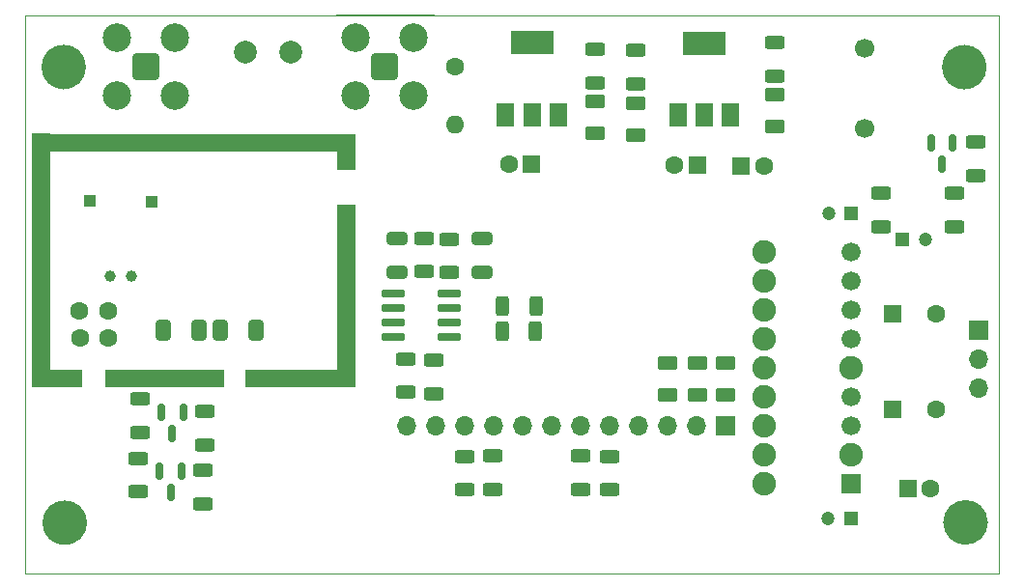
<source format=gbr>
%TF.GenerationSoftware,KiCad,Pcbnew,7.0.1*%
%TF.CreationDate,2024-01-20T16:33:55+00:00*%
%TF.ProjectId,SI4735,53493437-3335-42e6-9b69-6361645f7063,rev?*%
%TF.SameCoordinates,Original*%
%TF.FileFunction,Soldermask,Top*%
%TF.FilePolarity,Negative*%
%FSLAX45Y45*%
G04 Gerber Fmt 4.5, Leading zero omitted, Abs format (unit mm)*
G04 Created by KiCad (PCBNEW 7.0.1) date 2024-01-20 16:33:55*
%MOMM*%
%LPD*%
G01*
G04 APERTURE LIST*
G04 Aperture macros list*
%AMRoundRect*
0 Rectangle with rounded corners*
0 $1 Rounding radius*
0 $2 $3 $4 $5 $6 $7 $8 $9 X,Y pos of 4 corners*
0 Add a 4 corners polygon primitive as box body*
4,1,4,$2,$3,$4,$5,$6,$7,$8,$9,$2,$3,0*
0 Add four circle primitives for the rounded corners*
1,1,$1+$1,$2,$3*
1,1,$1+$1,$4,$5*
1,1,$1+$1,$6,$7*
1,1,$1+$1,$8,$9*
0 Add four rect primitives between the rounded corners*
20,1,$1+$1,$2,$3,$4,$5,0*
20,1,$1+$1,$4,$5,$6,$7,0*
20,1,$1+$1,$6,$7,$8,$9,0*
20,1,$1+$1,$8,$9,$2,$3,0*%
G04 Aperture macros list end*
%ADD10C,1.970668*%
%ADD11C,0.100000*%
%ADD12RoundRect,0.250000X0.412500X0.650000X-0.412500X0.650000X-0.412500X-0.650000X0.412500X-0.650000X0*%
%ADD13RoundRect,0.250000X0.625000X-0.312500X0.625000X0.312500X-0.625000X0.312500X-0.625000X-0.312500X0*%
%ADD14RoundRect,0.150000X-0.150000X0.587500X-0.150000X-0.587500X0.150000X-0.587500X0.150000X0.587500X0*%
%ADD15RoundRect,0.250000X-0.625000X0.375000X-0.625000X-0.375000X0.625000X-0.375000X0.625000X0.375000X0*%
%ADD16RoundRect,0.250000X0.625000X-0.375000X0.625000X0.375000X-0.625000X0.375000X-0.625000X-0.375000X0*%
%ADD17R,1.700000X1.700000*%
%ADD18O,1.700000X1.700000*%
%ADD19RoundRect,0.250000X-0.650000X0.325000X-0.650000X-0.325000X0.650000X-0.325000X0.650000X0.325000X0*%
%ADD20RoundRect,0.250000X-0.412500X-0.650000X0.412500X-0.650000X0.412500X0.650000X-0.412500X0.650000X0*%
%ADD21RoundRect,0.250000X0.312500X0.625000X-0.312500X0.625000X-0.312500X-0.625000X0.312500X-0.625000X0*%
%ADD22R,1.500000X2.000000*%
%ADD23R,3.800000X2.000000*%
%ADD24RoundRect,0.250000X-0.625000X0.312500X-0.625000X-0.312500X0.625000X-0.312500X0.625000X0.312500X0*%
%ADD25R,1.676400X1.676400*%
%ADD26C,2.076400*%
%ADD27C,1.676400*%
%ADD28RoundRect,0.042000X-0.943000X-0.258000X0.943000X-0.258000X0.943000X0.258000X-0.943000X0.258000X0*%
%ADD29C,1.600000*%
%ADD30C,1.700000*%
%ADD31O,1.600000X1.600000*%
%ADD32R,1.600000X1.600000*%
%ADD33RoundRect,0.200100X0.949900X0.949900X-0.949900X0.949900X-0.949900X-0.949900X0.949900X-0.949900X0*%
%ADD34C,2.500000*%
%ADD35R,1.200000X1.200000*%
%ADD36C,1.200000*%
%ADD37C,2.000000*%
%ADD38C,1.000000*%
%ADD39R,1.000000X1.000000*%
%TA.AperFunction,Profile*%
%ADD40C,0.100000*%
%TD*%
%TA.AperFunction,Profile*%
%ADD41C,0.050000*%
%TD*%
G04 APERTURE END LIST*
D10*
X3500533Y-2269933D02*
G75*
G03*
X3500533Y-2269933I-98533J0D01*
G01*
X11393533Y-2270933D02*
G75*
G03*
X11393533Y-2270933I-98533J0D01*
G01*
D11*
X3767000Y-4921000D02*
X4796540Y-4921000D01*
X4796540Y-5069000D01*
X3767000Y-5069000D01*
X3767000Y-4921000D01*
G36*
X3767000Y-4921000D02*
G01*
X4796540Y-4921000D01*
X4796540Y-5069000D01*
X3767000Y-5069000D01*
X3767000Y-4921000D01*
G37*
X3124000Y-2855000D02*
X5942540Y-2855000D01*
X5942540Y-3003000D01*
X3124000Y-3003000D01*
X3124000Y-2855000D01*
G36*
X3124000Y-2855000D02*
G01*
X5942540Y-2855000D01*
X5942540Y-3003000D01*
X3124000Y-3003000D01*
X3124000Y-2855000D01*
G37*
X5799000Y-2855000D02*
X5947000Y-2855000D01*
X5947000Y-3160540D01*
X5799000Y-3160540D01*
X5799000Y-2855000D01*
G36*
X5799000Y-2855000D02*
G01*
X5947000Y-2855000D01*
X5947000Y-3160540D01*
X5799000Y-3160540D01*
X5799000Y-2855000D01*
G37*
X5800000Y-3474500D02*
X5948000Y-3474500D01*
X5948000Y-5069040D01*
X5800000Y-5069040D01*
X5800000Y-3474500D01*
G36*
X5800000Y-3474500D02*
G01*
X5948000Y-3474500D01*
X5948000Y-5069040D01*
X5800000Y-5069040D01*
X5800000Y-3474500D01*
G37*
X4990960Y-4921500D02*
X5949500Y-4921500D01*
X5949500Y-5069500D01*
X4990960Y-5069500D01*
X4990960Y-4921500D01*
G36*
X4990960Y-4921500D02*
G01*
X5949500Y-4921500D01*
X5949500Y-5069500D01*
X4990960Y-5069500D01*
X4990960Y-4921500D01*
G37*
D10*
X11404533Y-6262933D02*
G75*
G03*
X11404533Y-6262933I-98533J0D01*
G01*
D11*
X3126000Y-2854230D02*
X3274000Y-2854230D01*
X3274000Y-5071770D01*
X3126000Y-5071770D01*
X3126000Y-2854230D01*
G36*
X3126000Y-2854230D02*
G01*
X3274000Y-2854230D01*
X3274000Y-5071770D01*
X3126000Y-5071770D01*
X3126000Y-2854230D01*
G37*
X3122460Y-4923000D02*
X3552000Y-4923000D01*
X3552000Y-5071000D01*
X3122460Y-5071000D01*
X3122460Y-4923000D01*
G36*
X3122460Y-4923000D02*
G01*
X3552000Y-4923000D01*
X3552000Y-5071000D01*
X3122460Y-5071000D01*
X3122460Y-4923000D01*
G37*
D10*
X3509533Y-6266000D02*
G75*
G03*
X3509533Y-6266000I-98533J0D01*
G01*
D12*
%TO.C,C1*%
X4587000Y-4575000D03*
X4274500Y-4575000D03*
%TD*%
D13*
%TO.C,R15*%
X7164945Y-5973875D03*
X7164945Y-5681375D03*
%TD*%
%TO.C,R12*%
X6396320Y-5123000D03*
X6396320Y-4830500D03*
%TD*%
D14*
%TO.C,Q3*%
X4433750Y-5810250D03*
X4243750Y-5810250D03*
X4338750Y-5997750D03*
%TD*%
D15*
%TO.C,D4*%
X8693945Y-4862375D03*
X8693945Y-5142375D03*
%TD*%
D16*
%TO.C,D2*%
X8057000Y-2850000D03*
X8057000Y-2570000D03*
%TD*%
D17*
%TO.C,J1*%
X9198000Y-5415000D03*
D18*
X8944000Y-5415000D03*
X8690000Y-5415000D03*
X8436000Y-5415000D03*
X8182000Y-5415000D03*
X7928000Y-5415000D03*
X7674000Y-5415000D03*
X7420000Y-5415000D03*
X7166000Y-5415000D03*
X6912000Y-5415000D03*
X6658000Y-5415000D03*
X6404000Y-5415000D03*
%TD*%
D19*
%TO.C,C3*%
X6325187Y-3772000D03*
X6325187Y-4067000D03*
%TD*%
D15*
%TO.C,D6*%
X9203000Y-4862000D03*
X9203000Y-5142000D03*
%TD*%
D20*
%TO.C,C2*%
X4775000Y-4577000D03*
X5087500Y-4577000D03*
%TD*%
D13*
%TO.C,R20*%
X7929945Y-5973875D03*
X7929945Y-5681375D03*
%TD*%
D21*
%TO.C,R19*%
X7536187Y-4590000D03*
X7243687Y-4590000D03*
%TD*%
D13*
%TO.C,R6*%
X11207000Y-3668500D03*
X11207000Y-3376000D03*
%TD*%
%TO.C,R9*%
X4641000Y-5584500D03*
X4641000Y-5292000D03*
%TD*%
D16*
%TO.C,D1*%
X8419000Y-2867000D03*
X8419000Y-2587000D03*
%TD*%
D22*
%TO.C,U2*%
X8785250Y-2689500D03*
X9015250Y-2689500D03*
D23*
X9015250Y-2059500D03*
D22*
X9245250Y-2689500D03*
%TD*%
D15*
%TO.C,D5*%
X8955945Y-4864375D03*
X8955945Y-5144375D03*
%TD*%
D13*
%TO.C,R8*%
X4075000Y-5474500D03*
X4075000Y-5182000D03*
%TD*%
%TO.C,R18*%
X6648820Y-5133000D03*
X6648820Y-4840500D03*
%TD*%
D24*
%TO.C,R1*%
X8418000Y-2126500D03*
X8418000Y-2419000D03*
%TD*%
%TO.C,R17*%
X6782187Y-3778000D03*
X6782187Y-4070500D03*
%TD*%
%TO.C,R4*%
X9634000Y-2055000D03*
X9634000Y-2347500D03*
%TD*%
%TO.C,R13*%
X6562187Y-3770500D03*
X6562187Y-4063000D03*
%TD*%
D13*
%TO.C,R16*%
X8185945Y-5975875D03*
X8185945Y-5683375D03*
%TD*%
D16*
%TO.C,D3*%
X9635000Y-2793000D03*
X9635000Y-2513000D03*
%TD*%
D13*
%TO.C,R10*%
X4621750Y-6102000D03*
X4621750Y-5809500D03*
%TD*%
%TO.C,R3*%
X11393371Y-3221131D03*
X11393371Y-2928631D03*
%TD*%
%TO.C,R11*%
X6912945Y-5975875D03*
X6912945Y-5683375D03*
%TD*%
D25*
%TO.C,U4*%
X10306000Y-5920000D03*
D26*
X10306000Y-5666000D03*
D27*
X10306000Y-5412000D03*
X10306000Y-5158000D03*
D26*
X10306000Y-4904000D03*
D27*
X10306000Y-4650000D03*
X10306000Y-4396000D03*
X10306000Y-4142000D03*
X10306000Y-3888000D03*
D26*
X9544000Y-3888000D03*
X9544000Y-4142000D03*
X9544000Y-4396000D03*
X9544000Y-4650000D03*
X9544000Y-4904000D03*
X9544000Y-5158000D03*
X9544000Y-5412000D03*
X9544000Y-5666000D03*
X9544000Y-5920000D03*
%TD*%
D14*
%TO.C,Q2*%
X4449000Y-5295250D03*
X4259000Y-5295250D03*
X4354000Y-5482750D03*
%TD*%
D13*
%TO.C,R7*%
X4056750Y-5995750D03*
X4056750Y-5703250D03*
%TD*%
D14*
%TO.C,Q1*%
X11193379Y-2934119D03*
X11003379Y-2934119D03*
X11098379Y-3121619D03*
%TD*%
D22*
%TO.C,U1*%
X7276000Y-2687000D03*
X7506000Y-2687000D03*
D23*
X7506000Y-2057000D03*
D22*
X7736000Y-2687000D03*
%TD*%
D28*
%TO.C,U3*%
X6289687Y-4257000D03*
X6289687Y-4384000D03*
X6289687Y-4511000D03*
X6289687Y-4638000D03*
X6783687Y-4638000D03*
X6783687Y-4511000D03*
X6783687Y-4384000D03*
X6783687Y-4257000D03*
%TD*%
D19*
%TO.C,C4*%
X7066000Y-3772000D03*
X7066000Y-4067000D03*
%TD*%
D24*
%TO.C,R5*%
X10562000Y-3378500D03*
X10562000Y-3671000D03*
%TD*%
D21*
%TO.C,R14*%
X7539687Y-4365000D03*
X7247187Y-4365000D03*
%TD*%
D24*
%TO.C,R2*%
X8059000Y-2116500D03*
X8059000Y-2409000D03*
%TD*%
D29*
%TO.C,C24*%
X3543000Y-4647000D03*
X3793000Y-4647000D03*
%TD*%
D30*
%TO.C,J2*%
X10418417Y-2808500D03*
X10418417Y-2108500D03*
%TD*%
D29*
%TO.C,L1*%
X6832000Y-2265000D03*
D31*
X6832000Y-2773000D03*
%TD*%
D32*
%TO.C,C8*%
X8954000Y-3128000D03*
D29*
X8754000Y-3128000D03*
%TD*%
D33*
%TO.C,J5*%
X6217574Y-2262210D03*
D34*
X6471574Y-2516210D03*
X6471574Y-2008210D03*
X5963574Y-2516210D03*
X5963574Y-2008210D03*
%TD*%
D17*
%TO.C,J7*%
X11421000Y-4574000D03*
D18*
X11421000Y-4828000D03*
X11421000Y-5082000D03*
%TD*%
D32*
%TO.C,C17*%
X10798200Y-5969000D03*
D29*
X10998200Y-5969000D03*
%TD*%
D35*
%TO.C,C18*%
X10300000Y-6231000D03*
D36*
X10100000Y-6231000D03*
%TD*%
D32*
%TO.C,C12*%
X10671000Y-4431000D03*
D29*
X11051000Y-4431000D03*
%TD*%
D32*
%TO.C,C13*%
X10671000Y-5271000D03*
D29*
X11051000Y-5271000D03*
%TD*%
%TO.C,C26*%
X3540000Y-4410000D03*
X3790000Y-4410000D03*
%TD*%
D35*
%TO.C,C7*%
X10306740Y-3555000D03*
D36*
X10106740Y-3555000D03*
%TD*%
D35*
%TO.C,C6*%
X10751760Y-3785000D03*
D36*
X10951760Y-3785000D03*
%TD*%
D32*
%TO.C,C9*%
X7502000Y-3125000D03*
D29*
X7302000Y-3125000D03*
%TD*%
D37*
%TO.C,L2*%
X4992000Y-2142000D03*
X5392000Y-2142000D03*
%TD*%
D32*
%TO.C,C5*%
X9337520Y-3140989D03*
D29*
X9537520Y-3140989D03*
%TD*%
D38*
%TO.C,Y1*%
X3808000Y-4104000D03*
X3998000Y-4104000D03*
%TD*%
D39*
%TO.C,J6*%
X3633000Y-3445000D03*
%TD*%
%TO.C,J4*%
X4175500Y-3454000D03*
%TD*%
D33*
%TO.C,J3*%
X4123574Y-2265210D03*
D34*
X4377574Y-2519210D03*
X4377574Y-2011210D03*
X3869574Y-2519210D03*
X3869574Y-2011210D03*
%TD*%
D40*
X3555840Y-2268000D02*
G75*
G03*
X3555840Y-2268000I-154840J0D01*
G01*
D41*
X3060000Y-1815000D02*
X11602000Y-1815000D01*
X11602000Y-6713000D01*
X3060000Y-6713000D01*
X3060000Y-1815000D01*
D40*
X11459840Y-6259000D02*
G75*
G03*
X11459840Y-6259000I-154840J0D01*
G01*
X11453840Y-2268000D02*
G75*
G03*
X11453840Y-2268000I-154840J0D01*
G01*
X3567840Y-6261000D02*
G75*
G03*
X3567840Y-6261000I-154840J0D01*
G01*
%TO.C,J5*%
X5787574Y-1812210D02*
X6647574Y-1812210D01*
%TO.C,J3*%
X3693574Y-1815210D02*
X4553574Y-1815210D01*
%TD*%
M02*

</source>
